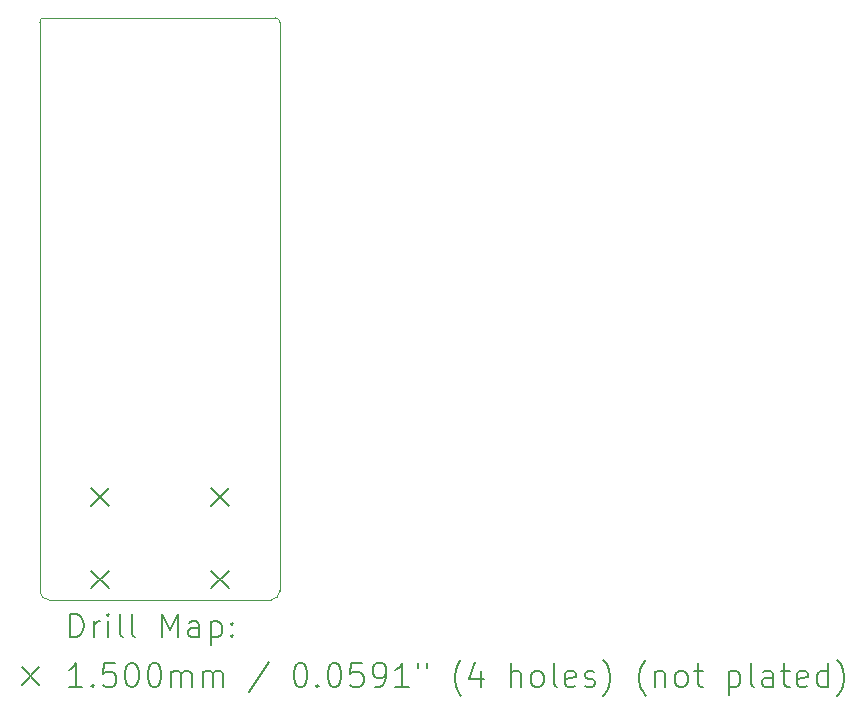
<source format=gbr>
%TF.GenerationSoftware,KiCad,Pcbnew,7.0.9-7.0.9~ubuntu20.04.1*%
%TF.CreationDate,2023-11-16T21:13:08+01:00*%
%TF.ProjectId,kicad-pmod_i2s2,6b696361-642d-4706-9d6f-645f69327332,1.0*%
%TF.SameCoordinates,Original*%
%TF.FileFunction,Drillmap*%
%TF.FilePolarity,Positive*%
%FSLAX45Y45*%
G04 Gerber Fmt 4.5, Leading zero omitted, Abs format (unit mm)*
G04 Created by KiCad (PCBNEW 7.0.9-7.0.9~ubuntu20.04.1) date 2023-11-16 21:13:08*
%MOMM*%
%LPD*%
G01*
G04 APERTURE LIST*
%ADD10C,0.100000*%
%ADD11C,0.200000*%
%ADD12C,0.150000*%
G04 APERTURE END LIST*
D10*
X13004800Y-8585200D02*
G75*
G03*
X13081000Y-8509000I0J76200D01*
G01*
X11049000Y-8509000D02*
G75*
G03*
X11125200Y-8585200I76200J0D01*
G01*
X11125200Y-8585200D02*
X13004800Y-8585200D01*
X11049000Y-3695700D02*
X11049000Y-8509000D01*
X13042900Y-3657600D02*
X11087100Y-3657600D01*
X13081000Y-8509000D02*
X13081000Y-3695700D01*
X11087100Y-3657600D02*
G75*
G03*
X11049000Y-3695700I0J-38100D01*
G01*
X13081000Y-3695700D02*
G75*
G03*
X13042900Y-3657600I-38100J0D01*
G01*
D11*
D12*
X11482000Y-7638500D02*
X11632000Y-7788500D01*
X11632000Y-7638500D02*
X11482000Y-7788500D01*
X11482000Y-8338500D02*
X11632000Y-8488500D01*
X11632000Y-8338500D02*
X11482000Y-8488500D01*
X12498000Y-7638500D02*
X12648000Y-7788500D01*
X12648000Y-7638500D02*
X12498000Y-7788500D01*
X12498000Y-8338500D02*
X12648000Y-8488500D01*
X12648000Y-8338500D02*
X12498000Y-8488500D01*
D11*
X11304777Y-8901684D02*
X11304777Y-8701684D01*
X11304777Y-8701684D02*
X11352396Y-8701684D01*
X11352396Y-8701684D02*
X11380967Y-8711208D01*
X11380967Y-8711208D02*
X11400015Y-8730255D01*
X11400015Y-8730255D02*
X11409539Y-8749303D01*
X11409539Y-8749303D02*
X11419062Y-8787398D01*
X11419062Y-8787398D02*
X11419062Y-8815970D01*
X11419062Y-8815970D02*
X11409539Y-8854065D01*
X11409539Y-8854065D02*
X11400015Y-8873112D01*
X11400015Y-8873112D02*
X11380967Y-8892160D01*
X11380967Y-8892160D02*
X11352396Y-8901684D01*
X11352396Y-8901684D02*
X11304777Y-8901684D01*
X11504777Y-8901684D02*
X11504777Y-8768350D01*
X11504777Y-8806446D02*
X11514301Y-8787398D01*
X11514301Y-8787398D02*
X11523824Y-8777874D01*
X11523824Y-8777874D02*
X11542872Y-8768350D01*
X11542872Y-8768350D02*
X11561920Y-8768350D01*
X11628586Y-8901684D02*
X11628586Y-8768350D01*
X11628586Y-8701684D02*
X11619062Y-8711208D01*
X11619062Y-8711208D02*
X11628586Y-8720731D01*
X11628586Y-8720731D02*
X11638110Y-8711208D01*
X11638110Y-8711208D02*
X11628586Y-8701684D01*
X11628586Y-8701684D02*
X11628586Y-8720731D01*
X11752396Y-8901684D02*
X11733348Y-8892160D01*
X11733348Y-8892160D02*
X11723824Y-8873112D01*
X11723824Y-8873112D02*
X11723824Y-8701684D01*
X11857158Y-8901684D02*
X11838110Y-8892160D01*
X11838110Y-8892160D02*
X11828586Y-8873112D01*
X11828586Y-8873112D02*
X11828586Y-8701684D01*
X12085729Y-8901684D02*
X12085729Y-8701684D01*
X12085729Y-8701684D02*
X12152396Y-8844541D01*
X12152396Y-8844541D02*
X12219062Y-8701684D01*
X12219062Y-8701684D02*
X12219062Y-8901684D01*
X12400015Y-8901684D02*
X12400015Y-8796922D01*
X12400015Y-8796922D02*
X12390491Y-8777874D01*
X12390491Y-8777874D02*
X12371443Y-8768350D01*
X12371443Y-8768350D02*
X12333348Y-8768350D01*
X12333348Y-8768350D02*
X12314301Y-8777874D01*
X12400015Y-8892160D02*
X12380967Y-8901684D01*
X12380967Y-8901684D02*
X12333348Y-8901684D01*
X12333348Y-8901684D02*
X12314301Y-8892160D01*
X12314301Y-8892160D02*
X12304777Y-8873112D01*
X12304777Y-8873112D02*
X12304777Y-8854065D01*
X12304777Y-8854065D02*
X12314301Y-8835017D01*
X12314301Y-8835017D02*
X12333348Y-8825493D01*
X12333348Y-8825493D02*
X12380967Y-8825493D01*
X12380967Y-8825493D02*
X12400015Y-8815970D01*
X12495253Y-8768350D02*
X12495253Y-8968350D01*
X12495253Y-8777874D02*
X12514301Y-8768350D01*
X12514301Y-8768350D02*
X12552396Y-8768350D01*
X12552396Y-8768350D02*
X12571443Y-8777874D01*
X12571443Y-8777874D02*
X12580967Y-8787398D01*
X12580967Y-8787398D02*
X12590491Y-8806446D01*
X12590491Y-8806446D02*
X12590491Y-8863589D01*
X12590491Y-8863589D02*
X12580967Y-8882636D01*
X12580967Y-8882636D02*
X12571443Y-8892160D01*
X12571443Y-8892160D02*
X12552396Y-8901684D01*
X12552396Y-8901684D02*
X12514301Y-8901684D01*
X12514301Y-8901684D02*
X12495253Y-8892160D01*
X12676205Y-8882636D02*
X12685729Y-8892160D01*
X12685729Y-8892160D02*
X12676205Y-8901684D01*
X12676205Y-8901684D02*
X12666682Y-8892160D01*
X12666682Y-8892160D02*
X12676205Y-8882636D01*
X12676205Y-8882636D02*
X12676205Y-8901684D01*
X12676205Y-8777874D02*
X12685729Y-8787398D01*
X12685729Y-8787398D02*
X12676205Y-8796922D01*
X12676205Y-8796922D02*
X12666682Y-8787398D01*
X12666682Y-8787398D02*
X12676205Y-8777874D01*
X12676205Y-8777874D02*
X12676205Y-8796922D01*
D12*
X10894000Y-9155200D02*
X11044000Y-9305200D01*
X11044000Y-9155200D02*
X10894000Y-9305200D01*
D11*
X11409539Y-9321684D02*
X11295253Y-9321684D01*
X11352396Y-9321684D02*
X11352396Y-9121684D01*
X11352396Y-9121684D02*
X11333348Y-9150255D01*
X11333348Y-9150255D02*
X11314301Y-9169303D01*
X11314301Y-9169303D02*
X11295253Y-9178827D01*
X11495253Y-9302636D02*
X11504777Y-9312160D01*
X11504777Y-9312160D02*
X11495253Y-9321684D01*
X11495253Y-9321684D02*
X11485729Y-9312160D01*
X11485729Y-9312160D02*
X11495253Y-9302636D01*
X11495253Y-9302636D02*
X11495253Y-9321684D01*
X11685729Y-9121684D02*
X11590491Y-9121684D01*
X11590491Y-9121684D02*
X11580967Y-9216922D01*
X11580967Y-9216922D02*
X11590491Y-9207398D01*
X11590491Y-9207398D02*
X11609539Y-9197874D01*
X11609539Y-9197874D02*
X11657158Y-9197874D01*
X11657158Y-9197874D02*
X11676205Y-9207398D01*
X11676205Y-9207398D02*
X11685729Y-9216922D01*
X11685729Y-9216922D02*
X11695253Y-9235970D01*
X11695253Y-9235970D02*
X11695253Y-9283589D01*
X11695253Y-9283589D02*
X11685729Y-9302636D01*
X11685729Y-9302636D02*
X11676205Y-9312160D01*
X11676205Y-9312160D02*
X11657158Y-9321684D01*
X11657158Y-9321684D02*
X11609539Y-9321684D01*
X11609539Y-9321684D02*
X11590491Y-9312160D01*
X11590491Y-9312160D02*
X11580967Y-9302636D01*
X11819062Y-9121684D02*
X11838110Y-9121684D01*
X11838110Y-9121684D02*
X11857158Y-9131208D01*
X11857158Y-9131208D02*
X11866682Y-9140731D01*
X11866682Y-9140731D02*
X11876205Y-9159779D01*
X11876205Y-9159779D02*
X11885729Y-9197874D01*
X11885729Y-9197874D02*
X11885729Y-9245493D01*
X11885729Y-9245493D02*
X11876205Y-9283589D01*
X11876205Y-9283589D02*
X11866682Y-9302636D01*
X11866682Y-9302636D02*
X11857158Y-9312160D01*
X11857158Y-9312160D02*
X11838110Y-9321684D01*
X11838110Y-9321684D02*
X11819062Y-9321684D01*
X11819062Y-9321684D02*
X11800015Y-9312160D01*
X11800015Y-9312160D02*
X11790491Y-9302636D01*
X11790491Y-9302636D02*
X11780967Y-9283589D01*
X11780967Y-9283589D02*
X11771443Y-9245493D01*
X11771443Y-9245493D02*
X11771443Y-9197874D01*
X11771443Y-9197874D02*
X11780967Y-9159779D01*
X11780967Y-9159779D02*
X11790491Y-9140731D01*
X11790491Y-9140731D02*
X11800015Y-9131208D01*
X11800015Y-9131208D02*
X11819062Y-9121684D01*
X12009539Y-9121684D02*
X12028586Y-9121684D01*
X12028586Y-9121684D02*
X12047634Y-9131208D01*
X12047634Y-9131208D02*
X12057158Y-9140731D01*
X12057158Y-9140731D02*
X12066682Y-9159779D01*
X12066682Y-9159779D02*
X12076205Y-9197874D01*
X12076205Y-9197874D02*
X12076205Y-9245493D01*
X12076205Y-9245493D02*
X12066682Y-9283589D01*
X12066682Y-9283589D02*
X12057158Y-9302636D01*
X12057158Y-9302636D02*
X12047634Y-9312160D01*
X12047634Y-9312160D02*
X12028586Y-9321684D01*
X12028586Y-9321684D02*
X12009539Y-9321684D01*
X12009539Y-9321684D02*
X11990491Y-9312160D01*
X11990491Y-9312160D02*
X11980967Y-9302636D01*
X11980967Y-9302636D02*
X11971443Y-9283589D01*
X11971443Y-9283589D02*
X11961920Y-9245493D01*
X11961920Y-9245493D02*
X11961920Y-9197874D01*
X11961920Y-9197874D02*
X11971443Y-9159779D01*
X11971443Y-9159779D02*
X11980967Y-9140731D01*
X11980967Y-9140731D02*
X11990491Y-9131208D01*
X11990491Y-9131208D02*
X12009539Y-9121684D01*
X12161920Y-9321684D02*
X12161920Y-9188350D01*
X12161920Y-9207398D02*
X12171443Y-9197874D01*
X12171443Y-9197874D02*
X12190491Y-9188350D01*
X12190491Y-9188350D02*
X12219063Y-9188350D01*
X12219063Y-9188350D02*
X12238110Y-9197874D01*
X12238110Y-9197874D02*
X12247634Y-9216922D01*
X12247634Y-9216922D02*
X12247634Y-9321684D01*
X12247634Y-9216922D02*
X12257158Y-9197874D01*
X12257158Y-9197874D02*
X12276205Y-9188350D01*
X12276205Y-9188350D02*
X12304777Y-9188350D01*
X12304777Y-9188350D02*
X12323824Y-9197874D01*
X12323824Y-9197874D02*
X12333348Y-9216922D01*
X12333348Y-9216922D02*
X12333348Y-9321684D01*
X12428586Y-9321684D02*
X12428586Y-9188350D01*
X12428586Y-9207398D02*
X12438110Y-9197874D01*
X12438110Y-9197874D02*
X12457158Y-9188350D01*
X12457158Y-9188350D02*
X12485729Y-9188350D01*
X12485729Y-9188350D02*
X12504777Y-9197874D01*
X12504777Y-9197874D02*
X12514301Y-9216922D01*
X12514301Y-9216922D02*
X12514301Y-9321684D01*
X12514301Y-9216922D02*
X12523824Y-9197874D01*
X12523824Y-9197874D02*
X12542872Y-9188350D01*
X12542872Y-9188350D02*
X12571443Y-9188350D01*
X12571443Y-9188350D02*
X12590491Y-9197874D01*
X12590491Y-9197874D02*
X12600015Y-9216922D01*
X12600015Y-9216922D02*
X12600015Y-9321684D01*
X12990491Y-9112160D02*
X12819063Y-9369303D01*
X13247634Y-9121684D02*
X13266682Y-9121684D01*
X13266682Y-9121684D02*
X13285729Y-9131208D01*
X13285729Y-9131208D02*
X13295253Y-9140731D01*
X13295253Y-9140731D02*
X13304777Y-9159779D01*
X13304777Y-9159779D02*
X13314301Y-9197874D01*
X13314301Y-9197874D02*
X13314301Y-9245493D01*
X13314301Y-9245493D02*
X13304777Y-9283589D01*
X13304777Y-9283589D02*
X13295253Y-9302636D01*
X13295253Y-9302636D02*
X13285729Y-9312160D01*
X13285729Y-9312160D02*
X13266682Y-9321684D01*
X13266682Y-9321684D02*
X13247634Y-9321684D01*
X13247634Y-9321684D02*
X13228586Y-9312160D01*
X13228586Y-9312160D02*
X13219063Y-9302636D01*
X13219063Y-9302636D02*
X13209539Y-9283589D01*
X13209539Y-9283589D02*
X13200015Y-9245493D01*
X13200015Y-9245493D02*
X13200015Y-9197874D01*
X13200015Y-9197874D02*
X13209539Y-9159779D01*
X13209539Y-9159779D02*
X13219063Y-9140731D01*
X13219063Y-9140731D02*
X13228586Y-9131208D01*
X13228586Y-9131208D02*
X13247634Y-9121684D01*
X13400015Y-9302636D02*
X13409539Y-9312160D01*
X13409539Y-9312160D02*
X13400015Y-9321684D01*
X13400015Y-9321684D02*
X13390491Y-9312160D01*
X13390491Y-9312160D02*
X13400015Y-9302636D01*
X13400015Y-9302636D02*
X13400015Y-9321684D01*
X13533348Y-9121684D02*
X13552396Y-9121684D01*
X13552396Y-9121684D02*
X13571444Y-9131208D01*
X13571444Y-9131208D02*
X13580967Y-9140731D01*
X13580967Y-9140731D02*
X13590491Y-9159779D01*
X13590491Y-9159779D02*
X13600015Y-9197874D01*
X13600015Y-9197874D02*
X13600015Y-9245493D01*
X13600015Y-9245493D02*
X13590491Y-9283589D01*
X13590491Y-9283589D02*
X13580967Y-9302636D01*
X13580967Y-9302636D02*
X13571444Y-9312160D01*
X13571444Y-9312160D02*
X13552396Y-9321684D01*
X13552396Y-9321684D02*
X13533348Y-9321684D01*
X13533348Y-9321684D02*
X13514301Y-9312160D01*
X13514301Y-9312160D02*
X13504777Y-9302636D01*
X13504777Y-9302636D02*
X13495253Y-9283589D01*
X13495253Y-9283589D02*
X13485729Y-9245493D01*
X13485729Y-9245493D02*
X13485729Y-9197874D01*
X13485729Y-9197874D02*
X13495253Y-9159779D01*
X13495253Y-9159779D02*
X13504777Y-9140731D01*
X13504777Y-9140731D02*
X13514301Y-9131208D01*
X13514301Y-9131208D02*
X13533348Y-9121684D01*
X13780967Y-9121684D02*
X13685729Y-9121684D01*
X13685729Y-9121684D02*
X13676206Y-9216922D01*
X13676206Y-9216922D02*
X13685729Y-9207398D01*
X13685729Y-9207398D02*
X13704777Y-9197874D01*
X13704777Y-9197874D02*
X13752396Y-9197874D01*
X13752396Y-9197874D02*
X13771444Y-9207398D01*
X13771444Y-9207398D02*
X13780967Y-9216922D01*
X13780967Y-9216922D02*
X13790491Y-9235970D01*
X13790491Y-9235970D02*
X13790491Y-9283589D01*
X13790491Y-9283589D02*
X13780967Y-9302636D01*
X13780967Y-9302636D02*
X13771444Y-9312160D01*
X13771444Y-9312160D02*
X13752396Y-9321684D01*
X13752396Y-9321684D02*
X13704777Y-9321684D01*
X13704777Y-9321684D02*
X13685729Y-9312160D01*
X13685729Y-9312160D02*
X13676206Y-9302636D01*
X13885729Y-9321684D02*
X13923825Y-9321684D01*
X13923825Y-9321684D02*
X13942872Y-9312160D01*
X13942872Y-9312160D02*
X13952396Y-9302636D01*
X13952396Y-9302636D02*
X13971444Y-9274065D01*
X13971444Y-9274065D02*
X13980967Y-9235970D01*
X13980967Y-9235970D02*
X13980967Y-9159779D01*
X13980967Y-9159779D02*
X13971444Y-9140731D01*
X13971444Y-9140731D02*
X13961920Y-9131208D01*
X13961920Y-9131208D02*
X13942872Y-9121684D01*
X13942872Y-9121684D02*
X13904777Y-9121684D01*
X13904777Y-9121684D02*
X13885729Y-9131208D01*
X13885729Y-9131208D02*
X13876206Y-9140731D01*
X13876206Y-9140731D02*
X13866682Y-9159779D01*
X13866682Y-9159779D02*
X13866682Y-9207398D01*
X13866682Y-9207398D02*
X13876206Y-9226446D01*
X13876206Y-9226446D02*
X13885729Y-9235970D01*
X13885729Y-9235970D02*
X13904777Y-9245493D01*
X13904777Y-9245493D02*
X13942872Y-9245493D01*
X13942872Y-9245493D02*
X13961920Y-9235970D01*
X13961920Y-9235970D02*
X13971444Y-9226446D01*
X13971444Y-9226446D02*
X13980967Y-9207398D01*
X14171444Y-9321684D02*
X14057158Y-9321684D01*
X14114301Y-9321684D02*
X14114301Y-9121684D01*
X14114301Y-9121684D02*
X14095253Y-9150255D01*
X14095253Y-9150255D02*
X14076206Y-9169303D01*
X14076206Y-9169303D02*
X14057158Y-9178827D01*
X14247634Y-9121684D02*
X14247634Y-9159779D01*
X14323825Y-9121684D02*
X14323825Y-9159779D01*
X14619063Y-9397874D02*
X14609539Y-9388350D01*
X14609539Y-9388350D02*
X14590491Y-9359779D01*
X14590491Y-9359779D02*
X14580968Y-9340731D01*
X14580968Y-9340731D02*
X14571444Y-9312160D01*
X14571444Y-9312160D02*
X14561920Y-9264541D01*
X14561920Y-9264541D02*
X14561920Y-9226446D01*
X14561920Y-9226446D02*
X14571444Y-9178827D01*
X14571444Y-9178827D02*
X14580968Y-9150255D01*
X14580968Y-9150255D02*
X14590491Y-9131208D01*
X14590491Y-9131208D02*
X14609539Y-9102636D01*
X14609539Y-9102636D02*
X14619063Y-9093112D01*
X14780968Y-9188350D02*
X14780968Y-9321684D01*
X14733348Y-9112160D02*
X14685729Y-9255017D01*
X14685729Y-9255017D02*
X14809539Y-9255017D01*
X15038110Y-9321684D02*
X15038110Y-9121684D01*
X15123825Y-9321684D02*
X15123825Y-9216922D01*
X15123825Y-9216922D02*
X15114301Y-9197874D01*
X15114301Y-9197874D02*
X15095253Y-9188350D01*
X15095253Y-9188350D02*
X15066682Y-9188350D01*
X15066682Y-9188350D02*
X15047634Y-9197874D01*
X15047634Y-9197874D02*
X15038110Y-9207398D01*
X15247634Y-9321684D02*
X15228587Y-9312160D01*
X15228587Y-9312160D02*
X15219063Y-9302636D01*
X15219063Y-9302636D02*
X15209539Y-9283589D01*
X15209539Y-9283589D02*
X15209539Y-9226446D01*
X15209539Y-9226446D02*
X15219063Y-9207398D01*
X15219063Y-9207398D02*
X15228587Y-9197874D01*
X15228587Y-9197874D02*
X15247634Y-9188350D01*
X15247634Y-9188350D02*
X15276206Y-9188350D01*
X15276206Y-9188350D02*
X15295253Y-9197874D01*
X15295253Y-9197874D02*
X15304777Y-9207398D01*
X15304777Y-9207398D02*
X15314301Y-9226446D01*
X15314301Y-9226446D02*
X15314301Y-9283589D01*
X15314301Y-9283589D02*
X15304777Y-9302636D01*
X15304777Y-9302636D02*
X15295253Y-9312160D01*
X15295253Y-9312160D02*
X15276206Y-9321684D01*
X15276206Y-9321684D02*
X15247634Y-9321684D01*
X15428587Y-9321684D02*
X15409539Y-9312160D01*
X15409539Y-9312160D02*
X15400015Y-9293112D01*
X15400015Y-9293112D02*
X15400015Y-9121684D01*
X15580968Y-9312160D02*
X15561920Y-9321684D01*
X15561920Y-9321684D02*
X15523825Y-9321684D01*
X15523825Y-9321684D02*
X15504777Y-9312160D01*
X15504777Y-9312160D02*
X15495253Y-9293112D01*
X15495253Y-9293112D02*
X15495253Y-9216922D01*
X15495253Y-9216922D02*
X15504777Y-9197874D01*
X15504777Y-9197874D02*
X15523825Y-9188350D01*
X15523825Y-9188350D02*
X15561920Y-9188350D01*
X15561920Y-9188350D02*
X15580968Y-9197874D01*
X15580968Y-9197874D02*
X15590491Y-9216922D01*
X15590491Y-9216922D02*
X15590491Y-9235970D01*
X15590491Y-9235970D02*
X15495253Y-9255017D01*
X15666682Y-9312160D02*
X15685730Y-9321684D01*
X15685730Y-9321684D02*
X15723825Y-9321684D01*
X15723825Y-9321684D02*
X15742872Y-9312160D01*
X15742872Y-9312160D02*
X15752396Y-9293112D01*
X15752396Y-9293112D02*
X15752396Y-9283589D01*
X15752396Y-9283589D02*
X15742872Y-9264541D01*
X15742872Y-9264541D02*
X15723825Y-9255017D01*
X15723825Y-9255017D02*
X15695253Y-9255017D01*
X15695253Y-9255017D02*
X15676206Y-9245493D01*
X15676206Y-9245493D02*
X15666682Y-9226446D01*
X15666682Y-9226446D02*
X15666682Y-9216922D01*
X15666682Y-9216922D02*
X15676206Y-9197874D01*
X15676206Y-9197874D02*
X15695253Y-9188350D01*
X15695253Y-9188350D02*
X15723825Y-9188350D01*
X15723825Y-9188350D02*
X15742872Y-9197874D01*
X15819063Y-9397874D02*
X15828587Y-9388350D01*
X15828587Y-9388350D02*
X15847634Y-9359779D01*
X15847634Y-9359779D02*
X15857158Y-9340731D01*
X15857158Y-9340731D02*
X15866682Y-9312160D01*
X15866682Y-9312160D02*
X15876206Y-9264541D01*
X15876206Y-9264541D02*
X15876206Y-9226446D01*
X15876206Y-9226446D02*
X15866682Y-9178827D01*
X15866682Y-9178827D02*
X15857158Y-9150255D01*
X15857158Y-9150255D02*
X15847634Y-9131208D01*
X15847634Y-9131208D02*
X15828587Y-9102636D01*
X15828587Y-9102636D02*
X15819063Y-9093112D01*
X16180968Y-9397874D02*
X16171444Y-9388350D01*
X16171444Y-9388350D02*
X16152396Y-9359779D01*
X16152396Y-9359779D02*
X16142872Y-9340731D01*
X16142872Y-9340731D02*
X16133349Y-9312160D01*
X16133349Y-9312160D02*
X16123825Y-9264541D01*
X16123825Y-9264541D02*
X16123825Y-9226446D01*
X16123825Y-9226446D02*
X16133349Y-9178827D01*
X16133349Y-9178827D02*
X16142872Y-9150255D01*
X16142872Y-9150255D02*
X16152396Y-9131208D01*
X16152396Y-9131208D02*
X16171444Y-9102636D01*
X16171444Y-9102636D02*
X16180968Y-9093112D01*
X16257158Y-9188350D02*
X16257158Y-9321684D01*
X16257158Y-9207398D02*
X16266682Y-9197874D01*
X16266682Y-9197874D02*
X16285730Y-9188350D01*
X16285730Y-9188350D02*
X16314301Y-9188350D01*
X16314301Y-9188350D02*
X16333349Y-9197874D01*
X16333349Y-9197874D02*
X16342872Y-9216922D01*
X16342872Y-9216922D02*
X16342872Y-9321684D01*
X16466682Y-9321684D02*
X16447634Y-9312160D01*
X16447634Y-9312160D02*
X16438111Y-9302636D01*
X16438111Y-9302636D02*
X16428587Y-9283589D01*
X16428587Y-9283589D02*
X16428587Y-9226446D01*
X16428587Y-9226446D02*
X16438111Y-9207398D01*
X16438111Y-9207398D02*
X16447634Y-9197874D01*
X16447634Y-9197874D02*
X16466682Y-9188350D01*
X16466682Y-9188350D02*
X16495253Y-9188350D01*
X16495253Y-9188350D02*
X16514301Y-9197874D01*
X16514301Y-9197874D02*
X16523825Y-9207398D01*
X16523825Y-9207398D02*
X16533349Y-9226446D01*
X16533349Y-9226446D02*
X16533349Y-9283589D01*
X16533349Y-9283589D02*
X16523825Y-9302636D01*
X16523825Y-9302636D02*
X16514301Y-9312160D01*
X16514301Y-9312160D02*
X16495253Y-9321684D01*
X16495253Y-9321684D02*
X16466682Y-9321684D01*
X16590492Y-9188350D02*
X16666682Y-9188350D01*
X16619063Y-9121684D02*
X16619063Y-9293112D01*
X16619063Y-9293112D02*
X16628587Y-9312160D01*
X16628587Y-9312160D02*
X16647634Y-9321684D01*
X16647634Y-9321684D02*
X16666682Y-9321684D01*
X16885730Y-9188350D02*
X16885730Y-9388350D01*
X16885730Y-9197874D02*
X16904777Y-9188350D01*
X16904777Y-9188350D02*
X16942873Y-9188350D01*
X16942873Y-9188350D02*
X16961920Y-9197874D01*
X16961920Y-9197874D02*
X16971444Y-9207398D01*
X16971444Y-9207398D02*
X16980968Y-9226446D01*
X16980968Y-9226446D02*
X16980968Y-9283589D01*
X16980968Y-9283589D02*
X16971444Y-9302636D01*
X16971444Y-9302636D02*
X16961920Y-9312160D01*
X16961920Y-9312160D02*
X16942873Y-9321684D01*
X16942873Y-9321684D02*
X16904777Y-9321684D01*
X16904777Y-9321684D02*
X16885730Y-9312160D01*
X17095254Y-9321684D02*
X17076206Y-9312160D01*
X17076206Y-9312160D02*
X17066682Y-9293112D01*
X17066682Y-9293112D02*
X17066682Y-9121684D01*
X17257158Y-9321684D02*
X17257158Y-9216922D01*
X17257158Y-9216922D02*
X17247635Y-9197874D01*
X17247635Y-9197874D02*
X17228587Y-9188350D01*
X17228587Y-9188350D02*
X17190492Y-9188350D01*
X17190492Y-9188350D02*
X17171444Y-9197874D01*
X17257158Y-9312160D02*
X17238111Y-9321684D01*
X17238111Y-9321684D02*
X17190492Y-9321684D01*
X17190492Y-9321684D02*
X17171444Y-9312160D01*
X17171444Y-9312160D02*
X17161920Y-9293112D01*
X17161920Y-9293112D02*
X17161920Y-9274065D01*
X17161920Y-9274065D02*
X17171444Y-9255017D01*
X17171444Y-9255017D02*
X17190492Y-9245493D01*
X17190492Y-9245493D02*
X17238111Y-9245493D01*
X17238111Y-9245493D02*
X17257158Y-9235970D01*
X17323825Y-9188350D02*
X17400015Y-9188350D01*
X17352396Y-9121684D02*
X17352396Y-9293112D01*
X17352396Y-9293112D02*
X17361920Y-9312160D01*
X17361920Y-9312160D02*
X17380968Y-9321684D01*
X17380968Y-9321684D02*
X17400015Y-9321684D01*
X17542873Y-9312160D02*
X17523825Y-9321684D01*
X17523825Y-9321684D02*
X17485730Y-9321684D01*
X17485730Y-9321684D02*
X17466682Y-9312160D01*
X17466682Y-9312160D02*
X17457158Y-9293112D01*
X17457158Y-9293112D02*
X17457158Y-9216922D01*
X17457158Y-9216922D02*
X17466682Y-9197874D01*
X17466682Y-9197874D02*
X17485730Y-9188350D01*
X17485730Y-9188350D02*
X17523825Y-9188350D01*
X17523825Y-9188350D02*
X17542873Y-9197874D01*
X17542873Y-9197874D02*
X17552396Y-9216922D01*
X17552396Y-9216922D02*
X17552396Y-9235970D01*
X17552396Y-9235970D02*
X17457158Y-9255017D01*
X17723825Y-9321684D02*
X17723825Y-9121684D01*
X17723825Y-9312160D02*
X17704777Y-9321684D01*
X17704777Y-9321684D02*
X17666682Y-9321684D01*
X17666682Y-9321684D02*
X17647635Y-9312160D01*
X17647635Y-9312160D02*
X17638111Y-9302636D01*
X17638111Y-9302636D02*
X17628587Y-9283589D01*
X17628587Y-9283589D02*
X17628587Y-9226446D01*
X17628587Y-9226446D02*
X17638111Y-9207398D01*
X17638111Y-9207398D02*
X17647635Y-9197874D01*
X17647635Y-9197874D02*
X17666682Y-9188350D01*
X17666682Y-9188350D02*
X17704777Y-9188350D01*
X17704777Y-9188350D02*
X17723825Y-9197874D01*
X17800016Y-9397874D02*
X17809539Y-9388350D01*
X17809539Y-9388350D02*
X17828587Y-9359779D01*
X17828587Y-9359779D02*
X17838111Y-9340731D01*
X17838111Y-9340731D02*
X17847635Y-9312160D01*
X17847635Y-9312160D02*
X17857158Y-9264541D01*
X17857158Y-9264541D02*
X17857158Y-9226446D01*
X17857158Y-9226446D02*
X17847635Y-9178827D01*
X17847635Y-9178827D02*
X17838111Y-9150255D01*
X17838111Y-9150255D02*
X17828587Y-9131208D01*
X17828587Y-9131208D02*
X17809539Y-9102636D01*
X17809539Y-9102636D02*
X17800016Y-9093112D01*
M02*

</source>
